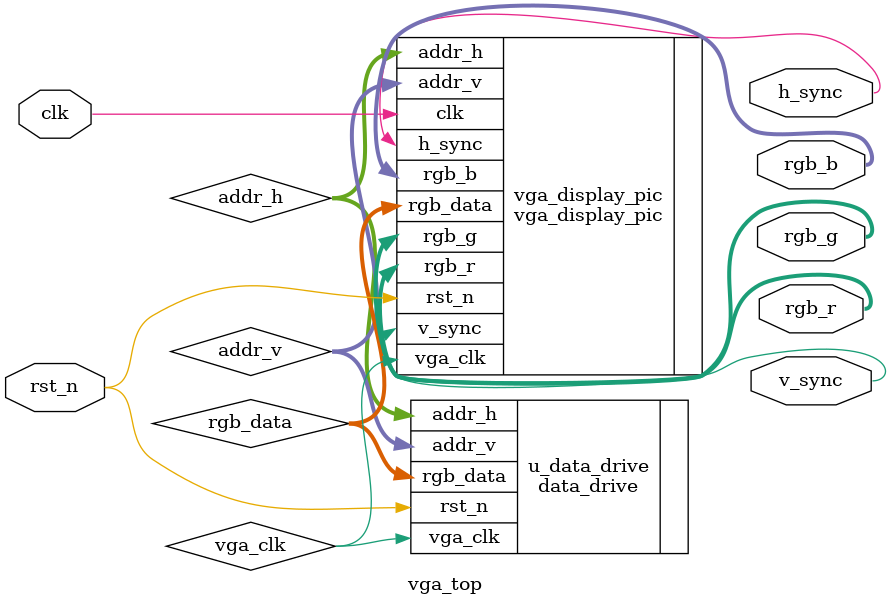
<source format=v>
module vga_top (
    input			wire						clk,
    input			wire						rst_n,
    output			wire						h_sync,
    output			wire						v_sync,
    output			wire		[ 3:0 ]			rgb_r,
    output			wire		[ 3:0 ]			rgb_g,
    output			wire		[ 3:0 ]			rgb_b
);
wire						    vga_clk;
wire		[ 11:0 ]		    addr_h              ;
wire		[ 11:0 ]		    addr_v              ;
wire		[ 11:0 ]			rgb_data			;

vga_display_pic vga_display_pic(
    .clk        (clk        ),
    .rst_n      (rst_n      ),
    .rgb_data   (rgb_data   ),
    .vga_clk    (vga_clk    ),
    .h_sync     (h_sync     ),
    .v_sync     (v_sync     ),
    .addr_h     (addr_h     ),
    .addr_v     (addr_v     ),
    .rgb_r      (rgb_r      ),
    .rgb_g      (rgb_g      ),
    .rgb_b      (rgb_b      ) 
);

data_drive u_data_drive(
.vga_clk        ( vga_clk   ),
.rst_n          ( rst_n     ),
.addr_h         ( addr_h    ),
.addr_v         ( addr_v    ),
.rgb_data       ( rgb_data  )
);

endmodule




</source>
